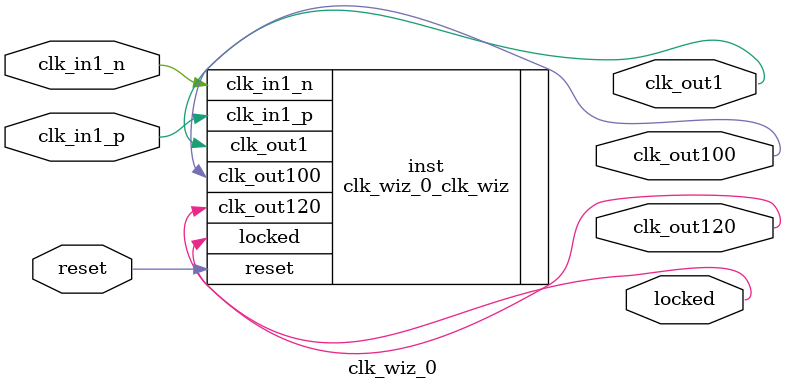
<source format=v>


`timescale 1ps/1ps

(* CORE_GENERATION_INFO = "clk_wiz_0,clk_wiz_v6_0_5_0_0,{component_name=clk_wiz_0,use_phase_alignment=true,use_min_o_jitter=true,use_max_i_jitter=false,use_dyn_phase_shift=false,use_inclk_switchover=false,use_dyn_reconfig=false,enable_axi=0,feedback_source=FDBK_AUTO,PRIMITIVE=MMCM,num_out_clk=3,clkin1_period=5.000,clkin2_period=10.0,use_power_down=false,use_reset=true,use_locked=true,use_inclk_stopped=false,feedback_type=SINGLE,CLOCK_MGR_TYPE=NA,manual_override=false}" *)

module clk_wiz_0 
 (
  // Clock out ports
  output        clk_out1,
  output        clk_out120,
  output        clk_out100,
  // Status and control signals
  input         reset,
  output        locked,
 // Clock in ports
  input         clk_in1_p,
  input         clk_in1_n
 );

  clk_wiz_0_clk_wiz inst
  (
  // Clock out ports  
  .clk_out1(clk_out1),
  .clk_out120(clk_out120),
  .clk_out100(clk_out100),
  // Status and control signals               
  .reset(reset), 
  .locked(locked),
 // Clock in ports
  .clk_in1_p(clk_in1_p),
  .clk_in1_n(clk_in1_n)
  );

endmodule

</source>
